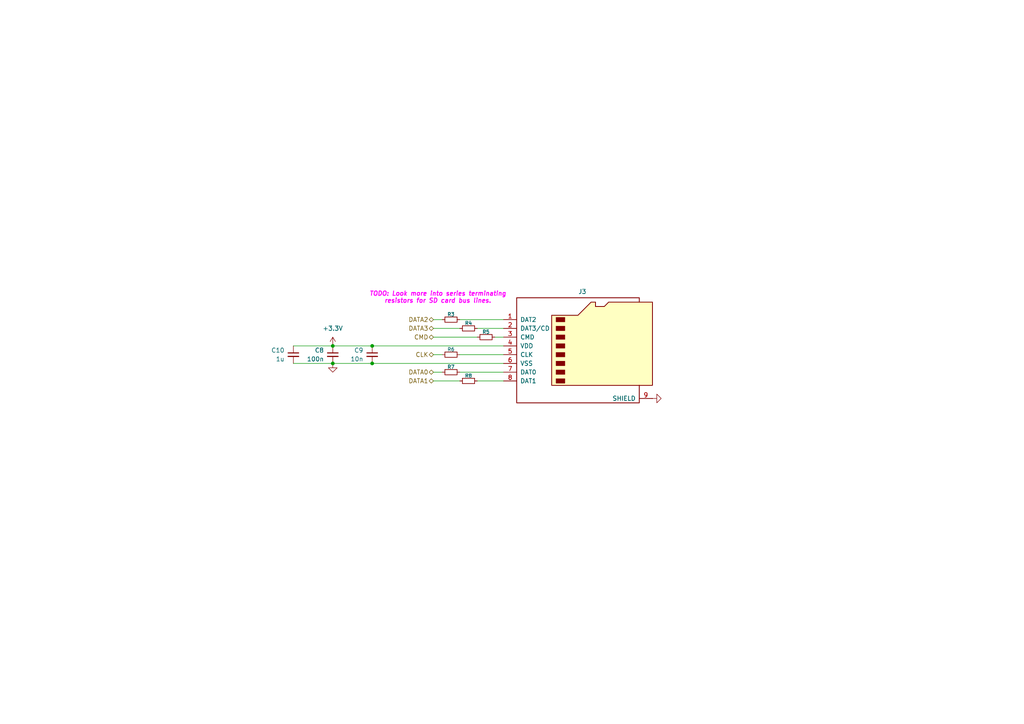
<source format=kicad_sch>
(kicad_sch (version 20250114) (generator "eeschema") (generator_version "9.0")
  (paper "A4")
  (lib_symbols
    (symbol "Connector:Micro_SD_Card" (pin_names (offset 1.016))
      (property "Reference" "J" (at -16.51 15.24 0))
      (property "Value" "Micro_SD_Card" (at 16.51 15.24 0))
      (symbol "Micro_SD_Card_0_1"
        (polyline (pts (xy -8.89 -11.43) (xy -8.89 8.89) (xy -1.27 8.89) (xy 2.54 12.7) (xy 3.81 12.7) (xy 3.81 11.43) (xy 6.35 11.43) (xy 7.62 12.7) (xy 20.32 12.7) (xy 20.32 -11.43) (xy -8.89 -11.43)) (stroke (width 0.254)) (fill (type background)))
        (rectangle (start -7.62 8.255) (end -5.08 6.985) (fill (type outline)))
        (rectangle (start -7.62 5.715) (end -5.08 4.445) (fill (type outline)))
        (rectangle (start -7.62 3.175) (end -5.08 1.905) (fill (type outline)))
        (rectangle (start -7.62 0.635) (end -5.08 -0.635) (fill (type outline)))
        (rectangle (start -7.62 -1.905) (end -5.08 -3.175) (fill (type outline)))
        (rectangle (start -7.62 -4.445) (end -5.08 -5.715) (fill (type outline)))
        (rectangle (start -7.62 -6.985) (end -5.08 -8.255) (fill (type outline)))
        (rectangle (start -7.62 -9.525) (end -5.08 -10.795) (fill (type outline)))
        (polyline (pts (xy 16.51 12.7) (xy 16.51 13.97) (xy -19.05 13.97) (xy -19.05 -16.51) (xy 16.51 -16.51) (xy 16.51 -11.43)) (stroke (width 0.254)))
      )
      (symbol "Micro_SD_Card_1_1"
        (pin bidirectional line (at -22.86 7.62 0) (length 3.81) (name "DAT2") (number "1"))
        (pin bidirectional line (at -22.86 5.08 0) (length 3.81) (name "DAT3/CD") (number "2"))
        (pin input line (at -22.86 2.54 0) (length 3.81) (name "CMD") (number "3"))
        (pin power_in line (at -22.86 0 0) (length 3.81) (name "VDD") (number "4"))
        (pin input line (at -22.86 -2.54 0) (length 3.81) (name "CLK") (number "5"))
        (pin power_in line (at -22.86 -5.08 0) (length 3.81) (name "VSS") (number "6"))
        (pin bidirectional line (at -22.86 -7.62 0) (length 3.81) (name "DAT0") (number "7"))
        (pin bidirectional line (at -22.86 -10.16 0) (length 3.81) (name "DAT1") (number "8"))
        (pin passive line (at 20.32 -15.24 180) (length 3.81) (name "SHIELD") (number "9"))
      )
    )
    (symbol "Device:C_Small" (pin_numbers (hide yes)) (pin_names (offset 0.254) (hide yes))
      (property "Reference" "C" (at 0.254 1.778 0))
      (property "Value" "C_Small" (at 0.254 -2.032 0))
      (symbol "C_Small_0_1"
        (polyline (pts (xy -1.524 0.508) (xy 1.524 0.508)) (stroke (width 0.3048)))
        (polyline (pts (xy -1.524 -0.508) (xy 1.524 -0.508)) (stroke (width 0.3302)))
      )
      (symbol "C_Small_1_1"
        (pin passive line (at 0 2.54 270) (length 2.032) (name "~") (number "1"))
        (pin passive line (at 0 -2.54 90) (length 2.032) (name "~") (number "2"))
      )
    )
    (symbol "Device:R_Small" (pin_numbers (hide yes)) (pin_names (offset 0.254) (hide yes))
      (property "Reference" "R" (at 0 0 90))
      (property "Value" "R_Small" (at 1.778 0 90))
      (symbol "R_Small_0_1"
        (rectangle (start -0.762 1.778) (end 0.762 -1.778) (stroke (width 0.2032)))
      )
      (symbol "R_Small_1_1"
        (pin passive line (at 0 2.54 270) (length 0.762) (name "~") (number "1"))
        (pin passive line (at 0 -2.54 90) (length 0.762) (name "~") (number "2"))
      )
    )
    (symbol "power:+3.3V" (power) (pin_numbers (hide yes)) (pin_names (offset 0) (hide yes))
      (property "Value" "+3.3V" (at 0 3.556 0))
      (symbol "+3.3V_0_1"
        (polyline (pts (xy -0.762 1.27) (xy 0 2.54)))
        (polyline (pts (xy 0 2.54) (xy 0.762 1.27)))
        (polyline (pts (xy 0 0) (xy 0 2.54)))
      )
      (symbol "+3.3V_1_1"
        (pin power_in line (at 0 0 90) (length 0) (name "~") (number "1"))
      )
    )
    (symbol "power:GND" (power) (pin_numbers (hide yes)) (pin_names (offset 0) (hide yes))
      (property "Value" "GND" (at 0 -3.81 0))
      (symbol "GND_0_1"
        (polyline (pts (xy 0 0) (xy 0 -1.27) (xy 1.27 -1.27) (xy 0 -2.54) (xy -1.27 -1.27) (xy 0 -1.27)))
      )
      (symbol "GND_1_1"
        (pin power_in line (at 0 0 270) (length 0) (name "~") (number "1"))
      )
    )
  )
  (text "TODO: Look more into series terminating\nresistors for SD card bus lines." (at 127 86.36 0) (effects (font (size 1.27 1.27) (thickness 0.254) (bold yes) (italic yes))))
  (junction (at 96.52 100.33))
  (junction (at 96.52 105.41))
  (junction (at 107.95 105.41))
  (junction (at 107.95 100.33))
  (wire (pts (xy 125.73 107.95) (xy 128.27 107.95)))
  (wire (pts (xy 125.73 95.25) (xy 133.35 95.25)))
  (wire (pts (xy 133.35 92.71) (xy 146.05 92.71)))
  (wire (pts (xy 138.43 110.49) (xy 146.05 110.49)))
  (wire (pts (xy 107.95 105.41) (xy 146.05 105.41)))
  (wire (pts (xy 96.52 105.41) (xy 85.09 105.41)))
  (wire (pts (xy 138.43 95.25) (xy 146.05 95.25)))
  (wire (pts (xy 133.35 107.95) (xy 146.05 107.95)))
  (wire (pts (xy 125.73 97.79) (xy 138.43 97.79)))
  (wire (pts (xy 96.52 100.33) (xy 107.95 100.33)))
  (wire (pts (xy 96.52 105.41) (xy 107.95 105.41)))
  (wire (pts (xy 128.27 92.71) (xy 125.73 92.71)))
  (wire (pts (xy 125.73 102.87) (xy 128.27 102.87)))
  (wire (pts (xy 85.09 100.33) (xy 96.52 100.33)))
  (wire (pts (xy 107.95 100.33) (xy 146.05 100.33)))
  (wire (pts (xy 133.35 102.87) (xy 146.05 102.87)))
  (wire (pts (xy 125.73 110.49) (xy 133.35 110.49)))
  (wire (pts (xy 143.51 97.79) (xy 146.05 97.79)))
  (hierarchical_label "CLK" (shape bidirectional) (at 125.73 102.87 180))
  (hierarchical_label "DATA3" (shape bidirectional) (at 125.73 95.25 180))
  (hierarchical_label "DATA0" (shape bidirectional) (at 125.73 107.95 180))
  (hierarchical_label "CMD" (shape bidirectional) (at 125.73 97.79 180))
  (hierarchical_label "DATA1" (shape bidirectional) (at 125.73 110.49 180))
  (hierarchical_label "DATA2" (shape bidirectional) (at 125.73 92.71 180))
  (symbol (lib_id "Device:R_Small") (at 130.81 92.71 90) (unit 1) (in_bom no)
    (property "Reference" "R3" (at 130.81 91.186 90) (effects (font (size 1.016 1.016))))
    (property "Value" "R_Small" (effects (hide yes)))
    (property "Footprint" "Resistor_SMD:R_1206_3216Metric_Pad1.30x1.75mm_HandSolder" (effects (hide yes)))
    (property "Description" "Resistor, small symbol" (effects (hide yes)))
  )
  (symbol (lib_id "Device:R_Small") (at 130.81 102.87 90) (unit 1) (in_bom no)
    (property "Reference" "R6" (at 130.81 101.346 90) (effects (font (size 1.016 1.016))))
    (property "Value" "R_Small" (effects (hide yes)))
    (property "Footprint" "Resistor_SMD:R_1206_3216Metric_Pad1.30x1.75mm_HandSolder" (effects (hide yes)))
    (property "Description" "Resistor, small symbol" (effects (hide yes)))
  )
  (symbol (lib_id "Device:R_Small") (at 135.89 95.25 90) (unit 1) (in_bom no)
    (property "Reference" "R4" (at 135.89 93.726 90) (effects (font (size 1.016 1.016))))
    (property "Value" "R_Small" (effects (hide yes)))
    (property "Footprint" "Resistor_SMD:R_1206_3216Metric_Pad1.30x1.75mm_HandSolder" (effects (hide yes)))
    (property "Description" "Resistor, small symbol" (effects (hide yes)))
  )
  (symbol (lib_id "Device:R_Small") (at 130.81 107.95 90) (unit 1) (in_bom no)
    (property "Reference" "R7" (at 130.81 106.426 90) (effects (font (size 1.016 1.016))))
    (property "Value" "R_Small" (effects (hide yes)))
    (property "Footprint" "Resistor_SMD:R_1206_3216Metric_Pad1.30x1.75mm_HandSolder" (effects (hide yes)))
    (property "Description" "Resistor, small symbol" (effects (hide yes)))
  )
  (symbol (lib_id "Device:R_Small") (at 140.97 97.79 90) (unit 1) (in_bom no)
    (property "Reference" "R5" (at 140.97 96.266 90) (effects (font (size 1.016 1.016))))
    (property "Value" "R_Small" (effects (hide yes)))
    (property "Footprint" "Resistor_SMD:R_1206_3216Metric_Pad1.30x1.75mm_HandSolder" (effects (hide yes)))
    (property "Description" "Resistor, small symbol" (effects (hide yes)))
  )
  (symbol (lib_id "Device:C_Small") (at 85.09 102.87 0) (mirror y) (unit 1)
    (property "Reference" "C10" (at 82.55 101.6062 0) (effects (justify left)))
    (property "Value" "1u" (at 82.55 104.1462 0) (effects (justify left)))
    (property "Footprint" "Capacitor_SMD:C_1206_3216Metric_Pad1.33x1.80mm_HandSolder" (effects (hide yes)))
    (property "Description" "Unpolarized capacitor, small symbol" (effects (hide yes)))
  )
  (symbol (lib_id "Device:C_Small") (at 96.52 102.87 0) (mirror y) (unit 1)
    (property "Reference" "C8" (at 93.98 101.6062 0) (effects (justify left)))
    (property "Value" "100n" (at 93.98 104.1462 0) (effects (justify left)))
    (property "Footprint" "Capacitor_SMD:C_1206_3216Metric_Pad1.33x1.80mm_HandSolder" (effects (hide yes)))
    (property "Description" "Unpolarized capacitor, small symbol" (effects (hide yes)))
  )
  (symbol (lib_id "Connector:Micro_SD_Card") (at 168.91 100.33 0) (unit 1)
    (property "Reference" "J3" (at 168.91 84.582 0))
    (property "Value" "Micro_SD_Card" (effects (hide yes)))
    (property "Footprint" "pcb:microSD_HC_Molex_47219-2001" (effects (hide yes)))
    (property "Datasheet" "https://www.we-online.com/components/products/datasheet/693072010801.pdf" (effects (hide yes)))
    (property "Description" "Micro SD Card Socket" (effects (hide yes)))
  )
  (symbol (lib_id "power:+3.3V") (at 96.52 100.33 0) (unit 1)
    (property "Reference" "#PWR027" (effects (hide yes)))
    (property "Value" "+3.3V" (at 96.52 95.25 0))
    (property "Description" "Power symbol creates a global label with name \"+3.3V\"" (effects (hide yes)))
  )
  (symbol (lib_id "power:GND") (at 96.52 105.41 0) (unit 1)
    (property "Reference" "#PWR028" (effects (hide yes)))
    (property "Value" "GND" (effects (hide yes)))
    (property "Description" "Power symbol creates a global label with name \"GND\" , ground" (effects (hide yes)))
  )
  (symbol (lib_id "power:GND") (at 189.23 115.57 90) (unit 1)
    (property "Reference" "#PWR029" (effects (hide yes)))
    (property "Value" "GND" (effects (hide yes)))
    (property "Description" "Power symbol creates a global label with name \"GND\" , ground" (effects (hide yes)))
  )
  (symbol (lib_id "Device:R_Small") (at 135.89 110.49 90) (unit 1) (in_bom no)
    (property "Reference" "R8" (at 135.89 108.966 90) (effects (font (size 1.016 1.016))))
    (property "Value" "R_Small" (effects (hide yes)))
    (property "Footprint" "Resistor_SMD:R_1206_3216Metric_Pad1.30x1.75mm_HandSolder" (effects (hide yes)))
    (property "Description" "Resistor, small symbol" (effects (hide yes)))
  )
  (symbol (lib_id "Device:C_Small") (at 107.95 102.87 0) (mirror y) (unit 1)
    (property "Reference" "C9" (at 105.41 101.6062 0) (effects (justify left)))
    (property "Value" "10n" (at 105.41 104.1462 0) (effects (justify left)))
    (property "Footprint" "Capacitor_SMD:C_1206_3216Metric_Pad1.33x1.80mm_HandSolder" (effects (hide yes)))
    (property "Description" "Unpolarized capacitor, small symbol" (effects (hide yes)))
  )
)
</source>
